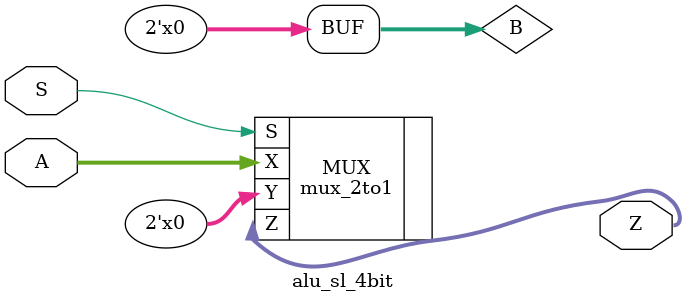
<source format=v>
`timescale 1ns / 1ps
`default_nettype none
module alu_sl_4bit(A, S, Z);

    parameter N = 2;

	//port definitions

	input wire [(N-1):0] A;
	input wire S;
    output wire [(N-1):0] Z;
    wire [(N-1):0] B;

    assign B[N-5:0] = 4'b0;
    assign B[N-1:N-4] = A[N-1:4];
    
	mux_2to1 #(.N(N)) MUX (.X(A), .Y(B), .S(S), .Z(Z));
endmodule
`default_nettype wire

</source>
